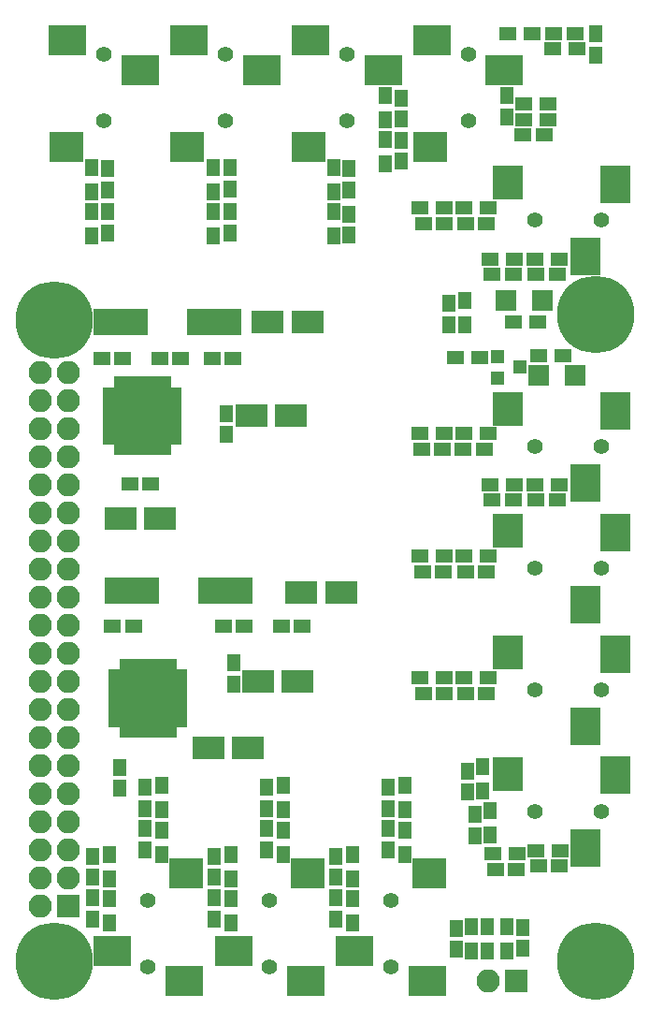
<source format=gbr>
G04 #@! TF.FileFunction,Soldermask,Top*
%FSLAX46Y46*%
G04 Gerber Fmt 4.6, Leading zero omitted, Abs format (unit mm)*
G04 Created by KiCad (PCBNEW 4.0.7) date 09/09/18 14:05:58*
%MOMM*%
%LPD*%
G01*
G04 APERTURE LIST*
%ADD10C,0.100000*%
%ADD11C,7.000000*%
%ADD12R,1.150000X1.600000*%
%ADD13R,1.600000X1.150000*%
%ADD14R,0.704800X1.162000*%
%ADD15R,1.162000X0.704800*%
%ADD16R,4.845000X4.845000*%
%ADD17R,4.900000X2.400000*%
%ADD18R,3.350000X2.800000*%
%ADD19R,3.050000X2.800000*%
%ADD20C,1.400000*%
%ADD21R,2.800000X3.350000*%
%ADD22R,2.800000X3.050000*%
%ADD23R,1.300000X1.600000*%
%ADD24R,1.600000X1.300000*%
%ADD25R,3.000000X2.000000*%
%ADD26R,2.100000X2.100000*%
%ADD27O,2.100000X2.100000*%
%ADD28R,1.900000X1.900000*%
%ADD29R,1.300000X1.200000*%
G04 APERTURE END LIST*
D10*
D11*
X81000000Y-64000000D03*
X81000000Y-122500000D03*
X32000000Y-122500000D03*
D12*
X35500000Y-118700000D03*
X35500000Y-116800000D03*
X46500000Y-118700000D03*
X46500000Y-116800000D03*
X62250000Y-110550000D03*
X62250000Y-112450000D03*
D13*
X69050000Y-76200000D03*
X70950000Y-76200000D03*
X77550000Y-80800000D03*
X75650000Y-80800000D03*
D14*
X38239400Y-101721800D03*
X38747400Y-101721800D03*
X39255400Y-101721800D03*
X39738000Y-101721800D03*
X40246000Y-101721800D03*
X40754000Y-101721800D03*
X41262000Y-101721800D03*
X41744600Y-101721800D03*
X42252600Y-101721800D03*
X42760600Y-101721800D03*
D15*
X43471800Y-101010600D03*
X43471800Y-100502600D03*
X43471800Y-99994600D03*
X43471800Y-99512000D03*
X43471800Y-99004000D03*
X43471800Y-98496000D03*
X43471800Y-97988000D03*
X43471800Y-97505400D03*
X43471800Y-96997400D03*
X43471800Y-96489400D03*
D14*
X42760600Y-95778200D03*
X42252600Y-95778200D03*
X41744600Y-95778200D03*
X41262000Y-95778200D03*
X40754000Y-95778200D03*
X40246000Y-95778200D03*
X39738000Y-95778200D03*
X39255400Y-95778200D03*
X38747400Y-95778200D03*
X38239400Y-95778200D03*
D15*
X37528200Y-96489400D03*
X37528200Y-96997400D03*
X37528200Y-97505400D03*
X37528200Y-97988000D03*
X37528200Y-98496000D03*
X37528200Y-99004000D03*
X37528200Y-99512000D03*
X37528200Y-99994600D03*
X37528200Y-100502600D03*
X37528200Y-101010600D03*
D16*
X40500000Y-98750000D03*
D17*
X47500000Y-89000000D03*
X39000000Y-89000000D03*
D13*
X69250000Y-55800000D03*
X71150000Y-55800000D03*
X77550000Y-60400000D03*
X75650000Y-60400000D03*
X77250000Y-38600000D03*
X79150000Y-38600000D03*
D12*
X73000000Y-46150000D03*
X73000000Y-44250000D03*
X40250000Y-106800000D03*
X40250000Y-108700000D03*
X35500000Y-113050000D03*
X35500000Y-114950000D03*
X51250000Y-106800000D03*
X51250000Y-108700000D03*
X46500000Y-113050000D03*
X46500000Y-114950000D03*
X62250000Y-106800000D03*
X62250000Y-108700000D03*
X57500000Y-113050000D03*
X57500000Y-114950000D03*
D13*
X65250000Y-76200000D03*
X67150000Y-76200000D03*
X71650000Y-80800000D03*
X73550000Y-80800000D03*
X65450000Y-55800000D03*
X67350000Y-55800000D03*
X71650000Y-60400000D03*
X73550000Y-60400000D03*
D12*
X81000000Y-40550000D03*
X81000000Y-38650000D03*
D13*
X76350000Y-47800000D03*
X74450000Y-47800000D03*
D12*
X70100000Y-109250000D03*
X70100000Y-111150000D03*
D13*
X77750000Y-113900000D03*
X75850000Y-113900000D03*
X71150000Y-98300000D03*
X69250000Y-98300000D03*
X69250000Y-87300000D03*
X71150000Y-87300000D03*
D12*
X58700000Y-52750000D03*
X58700000Y-50850000D03*
X63400000Y-44450000D03*
X63400000Y-46350000D03*
D18*
X43775000Y-124300000D03*
D19*
X43925000Y-114600000D03*
D18*
X37225000Y-121600000D03*
D20*
X40500000Y-123000000D03*
X40500000Y-117000000D03*
D18*
X54775000Y-124300000D03*
D19*
X54925000Y-114600000D03*
D18*
X48225000Y-121600000D03*
D20*
X51500000Y-123000000D03*
X51500000Y-117000000D03*
D18*
X65775000Y-124300000D03*
D19*
X65925000Y-114600000D03*
D18*
X59225000Y-121600000D03*
D20*
X62500000Y-123000000D03*
X62500000Y-117000000D03*
D21*
X82800000Y-105725000D03*
D22*
X73100000Y-105575000D03*
D21*
X80100000Y-112275000D03*
D20*
X81500000Y-109000000D03*
X75500000Y-109000000D03*
D21*
X82800000Y-94725000D03*
D22*
X73100000Y-94575000D03*
D21*
X80100000Y-101275000D03*
D20*
X81500000Y-98000000D03*
X75500000Y-98000000D03*
D21*
X82800000Y-83725000D03*
D22*
X73100000Y-83575000D03*
D21*
X80100000Y-90275000D03*
D20*
X81500000Y-87000000D03*
X75500000Y-87000000D03*
D23*
X41750000Y-110650000D03*
X41750000Y-112850000D03*
X37000000Y-116900000D03*
X37000000Y-119100000D03*
X52750000Y-110650000D03*
X52750000Y-112850000D03*
X48000000Y-116900000D03*
X48000000Y-119100000D03*
X63750000Y-110650000D03*
X63750000Y-112850000D03*
X59000000Y-116900000D03*
X59000000Y-119100000D03*
D24*
X69100000Y-74800000D03*
X71300000Y-74800000D03*
X75500000Y-79400000D03*
X77700000Y-79400000D03*
X69100000Y-54400000D03*
X71300000Y-54400000D03*
X75500000Y-59000000D03*
X77700000Y-59000000D03*
X75300000Y-38600000D03*
X73100000Y-38600000D03*
X76700000Y-45000000D03*
X74500000Y-45000000D03*
D23*
X41750000Y-106650000D03*
X41750000Y-108850000D03*
X37000000Y-112900000D03*
X37000000Y-115100000D03*
X52750000Y-106650000D03*
X52750000Y-108850000D03*
X48000000Y-112900000D03*
X48000000Y-115100000D03*
X63750000Y-106650000D03*
X63750000Y-108850000D03*
X59000000Y-112900000D03*
X59000000Y-115100000D03*
D11*
X32000000Y-64500000D03*
D12*
X47900000Y-52650000D03*
X47900000Y-50750000D03*
X36800000Y-52750000D03*
X36800000Y-50850000D03*
X69400000Y-105350000D03*
X69400000Y-107250000D03*
D13*
X71950000Y-114200000D03*
X73850000Y-114200000D03*
X65450000Y-98300000D03*
X67350000Y-98300000D03*
X65350000Y-87300000D03*
X67250000Y-87300000D03*
D12*
X58700000Y-56850000D03*
X58700000Y-54950000D03*
X63400000Y-50150000D03*
X63400000Y-48250000D03*
X47900000Y-56650000D03*
X47900000Y-54750000D03*
X36800000Y-56650000D03*
X36800000Y-54750000D03*
X48250000Y-97450000D03*
X48250000Y-95550000D03*
D13*
X47300000Y-92250000D03*
X49200000Y-92250000D03*
X52550000Y-92250000D03*
X54450000Y-92250000D03*
X39200000Y-92250000D03*
X37300000Y-92250000D03*
D12*
X37950000Y-105000000D03*
X37950000Y-106900000D03*
D21*
X82800000Y-52225000D03*
D22*
X73100000Y-52075000D03*
D21*
X80100000Y-58775000D03*
D20*
X81500000Y-55500000D03*
X75500000Y-55500000D03*
D18*
X66225000Y-39200000D03*
D19*
X66075000Y-48900000D03*
D18*
X72775000Y-41900000D03*
D20*
X69500000Y-40500000D03*
X69500000Y-46500000D03*
D18*
X55225000Y-39200000D03*
D19*
X55075000Y-48900000D03*
D18*
X61775000Y-41900000D03*
D20*
X58500000Y-40500000D03*
X58500000Y-46500000D03*
D18*
X44225000Y-39200000D03*
D19*
X44075000Y-48900000D03*
D18*
X50775000Y-41900000D03*
D20*
X47500000Y-40500000D03*
X47500000Y-46500000D03*
D18*
X33225000Y-39200000D03*
D19*
X33075000Y-48900000D03*
D18*
X39775000Y-41900000D03*
D20*
X36500000Y-40500000D03*
X36500000Y-46500000D03*
D24*
X65100000Y-74800000D03*
X67300000Y-74800000D03*
X71500000Y-79400000D03*
X73700000Y-79400000D03*
X65100000Y-54400000D03*
X67300000Y-54400000D03*
X71500000Y-59000000D03*
X73700000Y-59000000D03*
X79300000Y-40000000D03*
X77100000Y-40000000D03*
X76700000Y-46400000D03*
X74500000Y-46400000D03*
D23*
X71500000Y-108900000D03*
X71500000Y-111100000D03*
D24*
X75600000Y-112500000D03*
X77800000Y-112500000D03*
X69100000Y-96900000D03*
X71300000Y-96900000D03*
X69100000Y-85900000D03*
X71300000Y-85900000D03*
D23*
X57300000Y-52900000D03*
X57300000Y-50700000D03*
X62000000Y-46400000D03*
X62000000Y-44200000D03*
X46400000Y-52900000D03*
X46400000Y-50700000D03*
X35400000Y-52900000D03*
X35400000Y-50700000D03*
X70800000Y-104900000D03*
X70800000Y-107100000D03*
D24*
X71700000Y-112800000D03*
X73900000Y-112800000D03*
X65100000Y-96900000D03*
X67300000Y-96900000D03*
X65100000Y-85900000D03*
X67300000Y-85900000D03*
D14*
X37739400Y-76171800D03*
X38247400Y-76171800D03*
X38755400Y-76171800D03*
X39238000Y-76171800D03*
X39746000Y-76171800D03*
X40254000Y-76171800D03*
X40762000Y-76171800D03*
X41244600Y-76171800D03*
X41752600Y-76171800D03*
X42260600Y-76171800D03*
D15*
X42971800Y-75460600D03*
X42971800Y-74952600D03*
X42971800Y-74444600D03*
X42971800Y-73962000D03*
X42971800Y-73454000D03*
X42971800Y-72946000D03*
X42971800Y-72438000D03*
X42971800Y-71955400D03*
X42971800Y-71447400D03*
X42971800Y-70939400D03*
D14*
X42260600Y-70228200D03*
X41752600Y-70228200D03*
X41244600Y-70228200D03*
X40762000Y-70228200D03*
X40254000Y-70228200D03*
X39746000Y-70228200D03*
X39238000Y-70228200D03*
X38755400Y-70228200D03*
X38247400Y-70228200D03*
X37739400Y-70228200D03*
D15*
X37028200Y-70939400D03*
X37028200Y-71447400D03*
X37028200Y-71955400D03*
X37028200Y-72438000D03*
X37028200Y-72946000D03*
X37028200Y-73454000D03*
X37028200Y-73962000D03*
X37028200Y-74444600D03*
X37028200Y-74952600D03*
X37028200Y-75460600D03*
D16*
X40000000Y-73200000D03*
D25*
X49850000Y-73150000D03*
X53450000Y-73150000D03*
D12*
X47600000Y-73000000D03*
X47600000Y-74900000D03*
D13*
X38210000Y-67990000D03*
X36310000Y-67990000D03*
X38850000Y-79350000D03*
X40750000Y-79350000D03*
D21*
X82800000Y-72725000D03*
D22*
X73100000Y-72575000D03*
D21*
X80100000Y-79275000D03*
D20*
X81500000Y-76000000D03*
X75500000Y-76000000D03*
D17*
X46500000Y-64720000D03*
X38000000Y-64720000D03*
D26*
X73800000Y-124300000D03*
D27*
X71260000Y-124300000D03*
D26*
X33250000Y-117500000D03*
D27*
X30710000Y-117500000D03*
X33250000Y-114960000D03*
X30710000Y-114960000D03*
X33250000Y-112420000D03*
X30710000Y-112420000D03*
X33250000Y-109880000D03*
X30710000Y-109880000D03*
X33250000Y-107340000D03*
X30710000Y-107340000D03*
X33250000Y-104800000D03*
X30710000Y-104800000D03*
X33250000Y-102260000D03*
X30710000Y-102260000D03*
X33250000Y-99720000D03*
X30710000Y-99720000D03*
X33250000Y-97180000D03*
X30710000Y-97180000D03*
X33250000Y-94640000D03*
X30710000Y-94640000D03*
X33250000Y-92100000D03*
X30710000Y-92100000D03*
X33250000Y-89560000D03*
X30710000Y-89560000D03*
X33250000Y-87020000D03*
X30710000Y-87020000D03*
X33250000Y-84480000D03*
X30710000Y-84480000D03*
X33250000Y-81940000D03*
X30710000Y-81940000D03*
X33250000Y-79400000D03*
X30710000Y-79400000D03*
X33250000Y-76860000D03*
X30710000Y-76860000D03*
X33250000Y-74320000D03*
X30710000Y-74320000D03*
X33250000Y-71780000D03*
X30710000Y-71780000D03*
X33250000Y-69240000D03*
X30710000Y-69240000D03*
D28*
X72900000Y-62800000D03*
X76200000Y-62800000D03*
D12*
X40250000Y-110550000D03*
X40250000Y-112450000D03*
X51250000Y-110550000D03*
X51250000Y-112450000D03*
X57500000Y-118700000D03*
X57500000Y-116800000D03*
D25*
X50450000Y-97250000D03*
X54050000Y-97250000D03*
X54400000Y-89200000D03*
X58000000Y-89200000D03*
X45950000Y-103250000D03*
X49550000Y-103250000D03*
D13*
X46310000Y-68000000D03*
X48210000Y-68000000D03*
D25*
X51350000Y-64700000D03*
X54950000Y-64700000D03*
D13*
X41550000Y-68000000D03*
X43450000Y-68000000D03*
D25*
X38000000Y-82450000D03*
X41600000Y-82450000D03*
D23*
X57300000Y-56900000D03*
X57300000Y-54700000D03*
X62000000Y-50400000D03*
X62000000Y-48200000D03*
X46400000Y-56900000D03*
X46400000Y-54700000D03*
X35400000Y-56900000D03*
X35400000Y-54700000D03*
X69200000Y-62800000D03*
X69200000Y-65000000D03*
D24*
X68300000Y-67900000D03*
X70500000Y-67900000D03*
D12*
X74400000Y-119450000D03*
X74400000Y-121350000D03*
X68400000Y-119550000D03*
X68400000Y-121450000D03*
D23*
X73000000Y-119400000D03*
X73000000Y-121600000D03*
X71200000Y-119400000D03*
X71200000Y-121600000D03*
X69800000Y-121600000D03*
X69800000Y-119400000D03*
D24*
X78100000Y-67750000D03*
X75900000Y-67750000D03*
D28*
X75850000Y-69500000D03*
X79150000Y-69500000D03*
D29*
X72150000Y-67850000D03*
X72150000Y-69750000D03*
X74150000Y-68800000D03*
D24*
X75750000Y-64700000D03*
X73550000Y-64700000D03*
D12*
X67700000Y-63050000D03*
X67700000Y-64950000D03*
M02*

</source>
